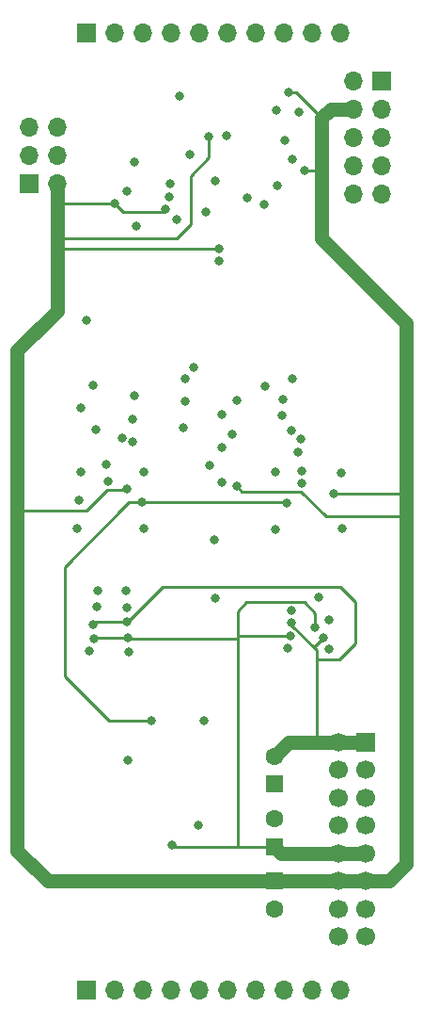
<source format=gbr>
%TF.GenerationSoftware,KiCad,Pcbnew,(6.0.6)*%
%TF.CreationDate,2022-11-26T15:19:53+01:00*%
%TF.ProjectId,vcer-midi-to-cv,76636572-2d6d-4696-9469-2d746f2d6376,rev?*%
%TF.SameCoordinates,Original*%
%TF.FileFunction,Copper,L3,Inr*%
%TF.FilePolarity,Positive*%
%FSLAX46Y46*%
G04 Gerber Fmt 4.6, Leading zero omitted, Abs format (unit mm)*
G04 Created by KiCad (PCBNEW (6.0.6)) date 2022-11-26 15:19:53*
%MOMM*%
%LPD*%
G01*
G04 APERTURE LIST*
%TA.AperFunction,ComponentPad*%
%ADD10R,1.700000X1.700000*%
%TD*%
%TA.AperFunction,ComponentPad*%
%ADD11C,1.700000*%
%TD*%
%TA.AperFunction,ComponentPad*%
%ADD12O,1.700000X1.700000*%
%TD*%
%TA.AperFunction,ComponentPad*%
%ADD13R,1.600000X1.600000*%
%TD*%
%TA.AperFunction,ComponentPad*%
%ADD14C,1.600000*%
%TD*%
%TA.AperFunction,ViaPad*%
%ADD15C,0.800000*%
%TD*%
%TA.AperFunction,Conductor*%
%ADD16C,1.250000*%
%TD*%
%TA.AperFunction,Conductor*%
%ADD17C,0.250000*%
%TD*%
G04 APERTURE END LIST*
D10*
%TO.N,-12V*%
%TO.C,U1*%
X134220000Y-70700000D03*
D11*
X131720000Y-70700000D03*
%TO.N,GND*%
X134220000Y-73200000D03*
X131720000Y-73200000D03*
X134220000Y-75700000D03*
X131720000Y-75700000D03*
X134220000Y-78200000D03*
X131720000Y-78200000D03*
%TO.N,+12V*%
X134220000Y-80700000D03*
X131720000Y-80700000D03*
%TO.N,+5V*%
X134220000Y-83200000D03*
X131720000Y-83200000D03*
%TO.N,unconnected-(U1-Pad13)*%
X134220000Y-85700000D03*
X131720000Y-85700000D03*
%TO.N,unconnected-(U1-Pad15)*%
X134220000Y-88200000D03*
X131720000Y-88200000D03*
%TD*%
D10*
%TO.N,/G3*%
%TO.C,J6*%
X135625000Y-11300000D03*
D12*
%TO.N,GND*%
X133085000Y-11300000D03*
%TO.N,/TDO*%
X135625000Y-13840000D03*
%TO.N,+5V*%
X133085000Y-13840000D03*
%TO.N,/G4*%
X135625000Y-16380000D03*
%TO.N,/reset*%
X133085000Y-16380000D03*
%TO.N,unconnected-(J6-Pad7)*%
X135625000Y-18920000D03*
%TO.N,unconnected-(J6-Pad8)*%
X133085000Y-18920000D03*
%TO.N,/TDI*%
X135625000Y-21460000D03*
%TO.N,GND*%
X133085000Y-21460000D03*
%TD*%
D10*
%TO.N,/CS4*%
%TO.C,J5*%
X103850000Y-20525000D03*
D12*
%TO.N,+5V*%
X106390000Y-20525000D03*
%TO.N,/CS2*%
X103850000Y-17985000D03*
%TO.N,/CS3*%
X106390000Y-17985000D03*
%TO.N,/reset*%
X103850000Y-15445000D03*
%TO.N,GND*%
X106390000Y-15445000D03*
%TD*%
D13*
%TO.N,+12V*%
%TO.C,C11*%
X125940000Y-80085113D03*
D14*
%TO.N,GND*%
X125940000Y-77585113D03*
%TD*%
D10*
%TO.N,/VBUS*%
%TO.C,J1*%
X109000000Y-7000000D03*
D12*
%TO.N,/D+*%
X111540000Y-7000000D03*
%TO.N,/D-*%
X114080000Y-7000000D03*
%TO.N,/G1*%
X116620000Y-7000000D03*
%TO.N,/G2*%
X119160000Y-7000000D03*
%TO.N,/G3*%
X121700000Y-7000000D03*
%TO.N,/G4*%
X124240000Y-7000000D03*
%TO.N,/L1*%
X126780000Y-7000000D03*
%TO.N,/L2*%
X129320000Y-7000000D03*
%TO.N,/PRG*%
X131860000Y-7000000D03*
%TD*%
D10*
%TO.N,/Vel4*%
%TO.C,J2*%
X109000000Y-93000000D03*
D12*
%TO.N,/Vel3*%
X111540000Y-93000000D03*
%TO.N,/CV1*%
X114080000Y-93000000D03*
%TO.N,/CV2*%
X116620000Y-93000000D03*
%TO.N,/Vel1*%
X119160000Y-93000000D03*
%TO.N,/CV4*%
X121700000Y-93000000D03*
%TO.N,/L3*%
X124240000Y-93000000D03*
%TO.N,/CV3*%
X126780000Y-93000000D03*
%TO.N,/Vel2*%
X129320000Y-93000000D03*
%TO.N,GND*%
X131860000Y-93000000D03*
%TD*%
D13*
%TO.N,+5V*%
%TO.C,C10*%
X125962834Y-83204782D03*
D14*
%TO.N,GND*%
X125962834Y-85704782D03*
%TD*%
D13*
%TO.N,GND*%
%TO.C,C12*%
X125940000Y-74475113D03*
D14*
%TO.N,-12V*%
X125940000Y-71975113D03*
%TD*%
D15*
%TO.N,GND*%
X119590000Y-68810000D03*
X132020000Y-46520000D03*
X127480000Y-58874500D03*
X114238000Y-51520000D03*
X112740000Y-72300000D03*
X130860000Y-62310000D03*
X126050000Y-51570000D03*
X120580000Y-52530000D03*
X118330000Y-17890000D03*
X127130000Y-62280000D03*
X114190000Y-46460000D03*
X130870000Y-59680000D03*
X119775000Y-23045000D03*
X120970000Y-27460000D03*
X109330000Y-62530000D03*
X132075500Y-51520000D03*
X109960000Y-58550000D03*
%TO.N,/G4*%
X126890000Y-16641371D03*
%TO.N,/D0*%
X128060000Y-44670000D03*
%TO.N,/CV1*%
X110070000Y-57120000D03*
%TO.N,GND*%
X109012500Y-32787500D03*
%TO.N,+5V*%
X121010000Y-26350000D03*
%TO.N,/D2*%
X121240000Y-41290000D03*
%TO.N,/D0*%
X121260000Y-44260000D03*
%TO.N,+5V*%
X112660000Y-47990000D03*
%TO.N,/D3*%
X122560000Y-40030000D03*
X125140000Y-38754500D03*
%TO.N,/D5*%
X126697760Y-39926858D03*
%TO.N,/D3*%
X113372701Y-39547299D03*
%TO.N,Net-(C4-Pad1)*%
X120600120Y-20249880D03*
%TO.N,/D5*%
X108550000Y-40700000D03*
%TO.N,+5V*%
X122620000Y-47740000D03*
%TO.N,GND*%
X119130000Y-78220000D03*
X112700000Y-58580000D03*
X108500000Y-46410000D03*
X117420000Y-12630000D03*
%TO.N,/CS2*%
X116520000Y-21720000D03*
%TO.N,GND*%
X108210000Y-51530000D03*
%TO.N,/CS2*%
X118695500Y-37020000D03*
%TO.N,/D1*%
X122160000Y-43080000D03*
X128370000Y-43480000D03*
X112250285Y-43339500D03*
%TO.N,GND*%
X126080000Y-46470000D03*
%TO.N,/D2*%
X126680000Y-41330000D03*
%TO.N,/D4*%
X127620000Y-38010000D03*
X117910000Y-38030000D03*
X109630000Y-38650000D03*
%TO.N,/D6*%
X109870000Y-42615000D03*
X117790000Y-42470000D03*
%TO.N,/D7*%
X110800000Y-45730000D03*
%TO.N,/reset*%
X113490000Y-24300000D03*
%TO.N,/D7*%
X128412977Y-46378379D03*
%TO.N,/DACA{slash}B*%
X111010000Y-47300000D03*
%TO.N,/D7*%
X120120000Y-45850000D03*
%TO.N,/Vel1*%
X120640000Y-57750000D03*
%TO.N,/DACA{slash}B*%
X128450000Y-47440000D03*
%TO.N,+5V*%
X116154500Y-22810000D03*
%TO.N,/D6*%
X127470000Y-42720000D03*
%TO.N,+5V*%
X102790000Y-49290000D03*
X127240000Y-12330000D03*
%TO.N,/D5*%
X117920402Y-40089598D03*
%TO.N,/DACA{slash}B*%
X121190000Y-47320000D03*
%TO.N,GND*%
X121630000Y-16230000D03*
%TO.N,/D2*%
X113180000Y-41710000D03*
%TO.N,/CS3*%
X113350000Y-18570000D03*
%TO.N,/G3*%
X126150000Y-13930000D03*
%TO.N,+5V*%
X131300000Y-48410000D03*
%TO.N,GND*%
X126210000Y-20680000D03*
%TO.N,/Vel3*%
X112555500Y-57130000D03*
%TO.N,GND*%
X117150000Y-23740000D03*
X112810000Y-62640000D03*
%TO.N,+5V*%
X128710000Y-19320000D03*
%TO.N,/CV3*%
X129940000Y-57680000D03*
%TO.N,+5V*%
X111560000Y-22260000D03*
%TO.N,/CS1*%
X116530000Y-20520000D03*
%TO.N,/D0*%
X113190000Y-43680000D03*
%TO.N,+5V*%
X120050000Y-16270000D03*
%TO.N,+12V*%
X116780000Y-79940000D03*
%TO.N,+5F*%
X127100000Y-49200000D03*
%TO.N,/L2*%
X125014500Y-22400000D03*
%TO.N,-12V*%
X109670000Y-60110000D03*
X127530000Y-60010000D03*
%TO.N,/TDO*%
X128130000Y-14120000D03*
%TO.N,/L3*%
X112680000Y-21170000D03*
%TO.N,/TDI*%
X127583482Y-18297104D03*
%TO.N,-12V*%
X130380000Y-61290000D03*
%TO.N,+12V*%
X112770000Y-61340000D03*
X127402299Y-61162299D03*
%TO.N,+5F*%
X114070000Y-49160000D03*
X114850000Y-68790000D03*
%TO.N,+12V*%
X109680000Y-61450000D03*
X129640000Y-60410000D03*
%TO.N,+5F*%
X108340000Y-48960000D03*
%TO.N,/L1*%
X123530000Y-21820000D03*
%TO.N,-12V*%
X112660000Y-59920000D03*
%TD*%
D16*
%TO.N,+5V*%
X102780000Y-49900000D02*
X102780000Y-47240000D01*
D17*
X118430000Y-19810000D02*
X118430000Y-24180000D01*
X106690000Y-22260000D02*
X106390000Y-22560000D01*
D16*
X130230000Y-19870000D02*
X130230000Y-25450000D01*
X133085000Y-13840000D02*
X131010000Y-13840000D01*
X137830000Y-81680000D02*
X136310000Y-83200000D01*
D17*
X102790000Y-49890000D02*
X102780000Y-49900000D01*
D16*
X131010000Y-13840000D02*
X130230000Y-14620000D01*
D17*
X109070000Y-49890000D02*
X102790000Y-49890000D01*
X127940000Y-12330000D02*
X130230000Y-14620000D01*
D16*
X130230000Y-14620000D02*
X130230000Y-19870000D01*
D17*
X118430000Y-24180000D02*
X117140000Y-25470000D01*
X137430000Y-50430000D02*
X137830000Y-50030000D01*
X111560000Y-22260000D02*
X106690000Y-22260000D01*
D16*
X137830000Y-48760000D02*
X137830000Y-50030000D01*
D17*
X121010000Y-26350000D02*
X106900000Y-26350000D01*
D16*
X131720000Y-83200000D02*
X125967616Y-83200000D01*
D17*
X116154500Y-22810000D02*
X115944500Y-23020000D01*
X122620000Y-47740000D02*
X123044511Y-48164511D01*
X128710000Y-19320000D02*
X129680000Y-19320000D01*
X115944500Y-23020000D02*
X112320000Y-23020000D01*
X120050000Y-18190000D02*
X118430000Y-19810000D01*
D16*
X134220000Y-83200000D02*
X131720000Y-83200000D01*
X102780000Y-35540000D02*
X106390000Y-31930000D01*
D17*
X112320000Y-23020000D02*
X111560000Y-22260000D01*
D16*
X102780000Y-80430000D02*
X102780000Y-49900000D01*
X106390000Y-31930000D02*
X106390000Y-26860000D01*
D17*
X112660000Y-47990000D02*
X112625489Y-48024511D01*
D16*
X105554782Y-83204782D02*
X102780000Y-80430000D01*
D17*
X128324511Y-48164511D02*
X130590000Y-50430000D01*
X120050000Y-16270000D02*
X120050000Y-18190000D01*
X106900000Y-26350000D02*
X106390000Y-26860000D01*
D16*
X106390000Y-25470000D02*
X106390000Y-22560000D01*
D17*
X129680000Y-19320000D02*
X130230000Y-19870000D01*
X137410000Y-48340000D02*
X137830000Y-48760000D01*
X112625489Y-48024511D02*
X110935489Y-48024511D01*
X131300000Y-48410000D02*
X131370000Y-48340000D01*
D16*
X125967616Y-83200000D02*
X125962834Y-83204782D01*
X125962834Y-83204782D02*
X105554782Y-83204782D01*
X137830000Y-50030000D02*
X137830000Y-81680000D01*
D17*
X110935489Y-48024511D02*
X109070000Y-49890000D01*
D16*
X106390000Y-26860000D02*
X106390000Y-25470000D01*
D17*
X117140000Y-25470000D02*
X106390000Y-25470000D01*
D16*
X106390000Y-22560000D02*
X106390000Y-20525000D01*
X137830000Y-33050000D02*
X137830000Y-48760000D01*
X136310000Y-83200000D02*
X134220000Y-83200000D01*
D17*
X131370000Y-48340000D02*
X137410000Y-48340000D01*
X130590000Y-50430000D02*
X137430000Y-50430000D01*
D16*
X130230000Y-25450000D02*
X137830000Y-33050000D01*
X102780000Y-47240000D02*
X102780000Y-35540000D01*
D17*
X123044511Y-48164511D02*
X128324511Y-48164511D01*
X127240000Y-12330000D02*
X127940000Y-12330000D01*
D16*
%TO.N,-12V*%
X131720000Y-70700000D02*
X128030000Y-70700000D01*
D17*
X131910000Y-56760000D02*
X133250000Y-58100000D01*
X109860000Y-59920000D02*
X109670000Y-60110000D01*
X133250000Y-58100000D02*
X133250000Y-61820000D01*
D16*
X127215113Y-70700000D02*
X125940000Y-71975113D01*
D17*
X129810000Y-63280000D02*
X129770000Y-63320000D01*
X127530000Y-60200000D02*
X129495000Y-62165000D01*
X129495000Y-62165000D02*
X129780000Y-62450000D01*
X112660000Y-59920000D02*
X112720000Y-59920000D01*
D16*
X128030000Y-70700000D02*
X127215113Y-70700000D01*
D17*
X133250000Y-61820000D02*
X131790000Y-63280000D01*
X112660000Y-59920000D02*
X109860000Y-59920000D01*
D16*
X134220000Y-70700000D02*
X131720000Y-70700000D01*
D17*
X127530000Y-60010000D02*
X127530000Y-60200000D01*
X129505000Y-62165000D02*
X129495000Y-62165000D01*
%TO.N,+12V*%
X122630000Y-58970000D02*
X122630000Y-61230000D01*
X109790000Y-61340000D02*
X109680000Y-61450000D01*
X112770000Y-61340000D02*
X112820000Y-61390000D01*
X129640000Y-60410000D02*
X129640000Y-59110000D01*
%TO.N,-12V*%
X129770000Y-63320000D02*
X129770000Y-70700000D01*
X115880000Y-56760000D02*
X131910000Y-56760000D01*
D16*
%TO.N,+12V*%
X134220000Y-80700000D02*
X131720000Y-80700000D01*
D17*
X122697701Y-61162299D02*
X122630000Y-61230000D01*
X129640000Y-59110000D02*
X128680000Y-58150000D01*
%TO.N,-12V*%
X131790000Y-63280000D02*
X129810000Y-63280000D01*
%TO.N,+12V*%
X112770000Y-61340000D02*
X109790000Y-61340000D01*
%TO.N,-12V*%
X129780000Y-62450000D02*
X129780000Y-63270000D01*
X112720000Y-59920000D02*
X115880000Y-56760000D01*
%TO.N,+12V*%
X128680000Y-58150000D02*
X123450000Y-58150000D01*
X122630000Y-61230000D02*
X122630000Y-80085113D01*
D16*
X131720000Y-80700000D02*
X126554887Y-80700000D01*
D17*
X116925113Y-80085113D02*
X125940000Y-80085113D01*
X116780000Y-79940000D02*
X116925113Y-80085113D01*
X112820000Y-61390000D02*
X122620000Y-61390000D01*
%TO.N,-12V*%
X130380000Y-61290000D02*
X129505000Y-62165000D01*
D16*
%TO.N,+12V*%
X126554887Y-80700000D02*
X125940000Y-80085113D01*
D17*
X127402299Y-61162299D02*
X122697701Y-61162299D01*
X123450000Y-58150000D02*
X122630000Y-58970000D01*
%TO.N,+5F*%
X127060000Y-49160000D02*
X127100000Y-49200000D01*
X112540000Y-49460000D02*
X112840000Y-49160000D01*
X112840000Y-49160000D02*
X114070000Y-49160000D01*
X111030000Y-68790000D02*
X107060000Y-64820000D01*
X107060000Y-64820000D02*
X107060000Y-54940000D01*
X114850000Y-68790000D02*
X111030000Y-68790000D01*
X107060000Y-54940000D02*
X112540000Y-49460000D01*
X114070000Y-49160000D02*
X127060000Y-49160000D01*
%TD*%
M02*

</source>
